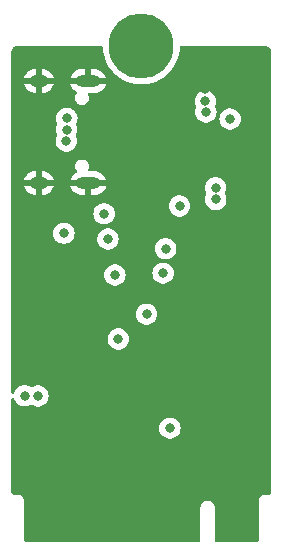
<source format=gbr>
%TF.GenerationSoftware,KiCad,Pcbnew,7.0.5-0*%
%TF.CreationDate,2023-07-31T19:13:05-04:00*%
%TF.ProjectId,mula,6d756c61-2e6b-4696-9361-645f70636258,rev?*%
%TF.SameCoordinates,Original*%
%TF.FileFunction,Copper,L2,Inr*%
%TF.FilePolarity,Positive*%
%FSLAX46Y46*%
G04 Gerber Fmt 4.6, Leading zero omitted, Abs format (unit mm)*
G04 Created by KiCad (PCBNEW 7.0.5-0) date 2023-07-31 19:13:05*
%MOMM*%
%LPD*%
G01*
G04 APERTURE LIST*
%TA.AperFunction,ComponentPad*%
%ADD10C,5.500000*%
%TD*%
%TA.AperFunction,ComponentPad*%
%ADD11O,2.100000X1.000000*%
%TD*%
%TA.AperFunction,ComponentPad*%
%ADD12O,1.600000X1.000000*%
%TD*%
%TA.AperFunction,ViaPad*%
%ADD13C,0.800000*%
%TD*%
G04 APERTURE END LIST*
D10*
%TO.N,N/C*%
%TO.C,J102*%
X139987500Y-71905000D03*
%TD*%
D11*
%TO.N,GND*%
%TO.C,J101*%
X135480000Y-74880000D03*
D12*
X131300000Y-74880000D03*
D11*
X135480000Y-83520000D03*
D12*
X131300000Y-83520000D03*
%TD*%
D13*
%TO.N,GND*%
X135550000Y-110325000D03*
X146150000Y-80550000D03*
X146775000Y-110325000D03*
X132400000Y-72900000D03*
X138950000Y-80350000D03*
X146175000Y-78975000D03*
X145400000Y-75590000D03*
X147575000Y-75700000D03*
X149000000Y-110275000D03*
X143925000Y-95650000D03*
X145550000Y-88000000D03*
X138575000Y-89850000D03*
X149450000Y-98900000D03*
X134375000Y-72900000D03*
X140475000Y-78425000D03*
X140700000Y-87800000D03*
X138725000Y-95175000D03*
X130625000Y-72900000D03*
X149450000Y-101400000D03*
X146900000Y-92700000D03*
X144300000Y-79800000D03*
X140675000Y-89850000D03*
X144250000Y-72850000D03*
X130850000Y-110325000D03*
X139675000Y-88850000D03*
X137425000Y-83495500D03*
X133225000Y-110325000D03*
X142525000Y-76875000D03*
X145550000Y-90500000D03*
X138550000Y-87825000D03*
X133950000Y-91400000D03*
X147975000Y-85625000D03*
X130225000Y-99300000D03*
X137750000Y-104200000D03*
%TO.N,+3V3*%
X136833308Y-86117350D03*
X142050500Y-89075000D03*
X137750000Y-91300000D03*
X145450000Y-77500000D03*
X140425000Y-94625000D03*
X133425000Y-87775000D03*
X145400000Y-76600000D03*
X137150500Y-88245911D03*
X147500000Y-78100000D03*
%TO.N,+5V*%
X130100000Y-101525000D03*
X133675000Y-78025000D03*
X133625000Y-79950000D03*
X133650000Y-79000000D03*
X138025000Y-96725000D03*
%TO.N,/BANK1_DIR*%
X146272930Y-83911133D03*
X131225000Y-101550000D03*
%TO.N,/BANK2_DIR*%
X142400000Y-104275000D03*
X146285556Y-84910556D03*
%TO.N,/QSPI_CS*%
X143215283Y-85465282D03*
X141825000Y-91150000D03*
%TD*%
%TA.AperFunction,Conductor*%
%TO.N,GND*%
G36*
X136681833Y-71925185D02*
G01*
X136727588Y-71977989D01*
X136738612Y-72022786D01*
X136741210Y-72070694D01*
X136751309Y-72256957D01*
X136776151Y-72408487D01*
X136808333Y-72604793D01*
X136808334Y-72604796D01*
X136902626Y-72944408D01*
X136902627Y-72944410D01*
X137033088Y-73271844D01*
X137033097Y-73271862D01*
X137198195Y-73583269D01*
X137395998Y-73875006D01*
X137396005Y-73875016D01*
X137601830Y-74117331D01*
X137624186Y-74143650D01*
X137880080Y-74386046D01*
X138160682Y-74599354D01*
X138462702Y-74781074D01*
X138462706Y-74781075D01*
X138462710Y-74781078D01*
X138782588Y-74929070D01*
X138782592Y-74929070D01*
X138782599Y-74929074D01*
X139116622Y-75041619D01*
X139460855Y-75117391D01*
X139811263Y-75155500D01*
X139811269Y-75155500D01*
X140163731Y-75155500D01*
X140163737Y-75155500D01*
X140514145Y-75117391D01*
X140858378Y-75041619D01*
X141192401Y-74929074D01*
X141192408Y-74929070D01*
X141192411Y-74929070D01*
X141445976Y-74811757D01*
X141512298Y-74781074D01*
X141814318Y-74599354D01*
X142094920Y-74386046D01*
X142350814Y-74143650D01*
X142579001Y-73875008D01*
X142776805Y-73583269D01*
X142941907Y-73271854D01*
X143072371Y-72944414D01*
X143166668Y-72604788D01*
X143223691Y-72256957D01*
X143235598Y-72037349D01*
X143236388Y-72022786D01*
X143259673Y-71956911D01*
X143314877Y-71914082D01*
X143360206Y-71905500D01*
X150484019Y-71905500D01*
X150490956Y-71905889D01*
X150513854Y-71908469D01*
X150593331Y-71918932D01*
X150618097Y-71924829D01*
X150652235Y-71936775D01*
X150655484Y-71938015D01*
X150709695Y-71960469D01*
X150728195Y-71970027D01*
X150763020Y-71991909D01*
X150767767Y-71995212D01*
X150815700Y-72031993D01*
X150821795Y-72037337D01*
X150855160Y-72070702D01*
X150860505Y-72076798D01*
X150897286Y-72124731D01*
X150900597Y-72129490D01*
X150922467Y-72164296D01*
X150932036Y-72182818D01*
X150954483Y-72237014D01*
X150955723Y-72240263D01*
X150967669Y-72274401D01*
X150973566Y-72299169D01*
X150984028Y-72378632D01*
X150986610Y-72401537D01*
X150987000Y-72408486D01*
X150987000Y-109695240D01*
X150985466Y-109714686D01*
X150985230Y-109716173D01*
X150984805Y-109718547D01*
X150977302Y-109756264D01*
X150966177Y-109788351D01*
X150962886Y-109794813D01*
X150959187Y-109801124D01*
X150944119Y-109823673D01*
X150928700Y-109842460D01*
X150924960Y-109846200D01*
X150906173Y-109861619D01*
X150883624Y-109876687D01*
X150877318Y-109880382D01*
X150875670Y-109881222D01*
X150870851Y-109883677D01*
X150838764Y-109894802D01*
X150801047Y-109902305D01*
X150798673Y-109902730D01*
X150797186Y-109902966D01*
X150777740Y-109904500D01*
X150520436Y-109904500D01*
X150495937Y-109897306D01*
X150445330Y-109903969D01*
X150437228Y-109904500D01*
X150381104Y-109904500D01*
X150373430Y-109906252D01*
X150349708Y-109904797D01*
X150322441Y-109916092D01*
X150302585Y-109922420D01*
X150271150Y-109929595D01*
X150271147Y-109929596D01*
X150249506Y-109940018D01*
X150223604Y-109944282D01*
X150205026Y-109958538D01*
X150183344Y-109971881D01*
X150169534Y-109978531D01*
X150169527Y-109978536D01*
X150140144Y-110001968D01*
X150113594Y-110012806D01*
X150102378Y-110027424D01*
X150086228Y-110043880D01*
X150086278Y-110043930D01*
X150076430Y-110053778D01*
X150076380Y-110053728D01*
X150059924Y-110069878D01*
X150051257Y-110076527D01*
X150050618Y-110081173D01*
X150034468Y-110107644D01*
X150011036Y-110137027D01*
X150011031Y-110137034D01*
X150004381Y-110150844D01*
X149991038Y-110172526D01*
X149982613Y-110183504D01*
X149982808Y-110185325D01*
X149972518Y-110217006D01*
X149962096Y-110238647D01*
X149962095Y-110238650D01*
X149954920Y-110270085D01*
X149948592Y-110289941D01*
X149941471Y-110307133D01*
X149938752Y-110340930D01*
X149937000Y-110348604D01*
X149937000Y-110404727D01*
X149936469Y-110412828D01*
X149931371Y-110451545D01*
X149937000Y-110487936D01*
X149937000Y-113695240D01*
X149935466Y-113714686D01*
X149935230Y-113716173D01*
X149934805Y-113718547D01*
X149927302Y-113756264D01*
X149916177Y-113788351D01*
X149912886Y-113794813D01*
X149909187Y-113801124D01*
X149894119Y-113823673D01*
X149878700Y-113842460D01*
X149874960Y-113846200D01*
X149856173Y-113861619D01*
X149833624Y-113876687D01*
X149827318Y-113880382D01*
X149825670Y-113881222D01*
X149820851Y-113883677D01*
X149788764Y-113894802D01*
X149751047Y-113902305D01*
X149748673Y-113902730D01*
X149747186Y-113902966D01*
X149727740Y-113904500D01*
X146312000Y-113904500D01*
X146244961Y-113884815D01*
X146199206Y-113832011D01*
X146188000Y-113780500D01*
X146188000Y-111087947D01*
X146195193Y-111063448D01*
X146188531Y-111012839D01*
X146188000Y-111004738D01*
X146188000Y-110937341D01*
X146187998Y-110937333D01*
X146181511Y-110908910D01*
X146182808Y-110887737D01*
X146173161Y-110864448D01*
X146166830Y-110844585D01*
X146157891Y-110805420D01*
X146157890Y-110805416D01*
X146157889Y-110805415D01*
X146157889Y-110805412D01*
X146136689Y-110761391D01*
X146132947Y-110738667D01*
X146121400Y-110723618D01*
X146108058Y-110701936D01*
X146099177Y-110683496D01*
X146099175Y-110683493D01*
X146058616Y-110632633D01*
X146049135Y-110609411D01*
X146037866Y-110600764D01*
X146016404Y-110579699D01*
X146014808Y-110577697D01*
X146013946Y-110577010D01*
X146012800Y-110576096D01*
X145991733Y-110554632D01*
X145988423Y-110550318D01*
X145986331Y-110550030D01*
X145959866Y-110533883D01*
X145909007Y-110493325D01*
X145909006Y-110493324D01*
X145909003Y-110493322D01*
X145890565Y-110484443D01*
X145868880Y-110471099D01*
X145862055Y-110465862D01*
X145831105Y-110455808D01*
X145787092Y-110434612D01*
X145787080Y-110434608D01*
X145747912Y-110425669D01*
X145728051Y-110419339D01*
X145713754Y-110413417D01*
X145683589Y-110410988D01*
X145648373Y-110402951D01*
X145648741Y-110401337D01*
X145640769Y-110397986D01*
X145603684Y-110402869D01*
X145571314Y-110402869D01*
X145542710Y-110399103D01*
X145541884Y-110399660D01*
X145526619Y-110402906D01*
X145526629Y-110402950D01*
X145491411Y-110410988D01*
X145470239Y-110409690D01*
X145446943Y-110419340D01*
X145427086Y-110425669D01*
X145387917Y-110434609D01*
X145387911Y-110434611D01*
X145343891Y-110455810D01*
X145321166Y-110459551D01*
X145306113Y-110471102D01*
X145284433Y-110484444D01*
X145265994Y-110493324D01*
X145215134Y-110533883D01*
X145191910Y-110543363D01*
X145183262Y-110554635D01*
X145162205Y-110576091D01*
X145160194Y-110577694D01*
X145158591Y-110579705D01*
X145137135Y-110600762D01*
X145132820Y-110604072D01*
X145132533Y-110606163D01*
X145116383Y-110632634D01*
X145075824Y-110683494D01*
X145066944Y-110701933D01*
X145053602Y-110723613D01*
X145048362Y-110730441D01*
X145038310Y-110761391D01*
X145017111Y-110805411D01*
X145017109Y-110805417D01*
X145008169Y-110844586D01*
X145001840Y-110864443D01*
X144995916Y-110878744D01*
X144993488Y-110908911D01*
X144987000Y-110937333D01*
X144987000Y-111004730D01*
X144986469Y-111012831D01*
X144981371Y-111051551D01*
X144987000Y-111087947D01*
X144987000Y-113780500D01*
X144967315Y-113847539D01*
X144914511Y-113893294D01*
X144863000Y-113904500D01*
X130247257Y-113904500D01*
X130227702Y-113902948D01*
X130227521Y-113902919D01*
X130226249Y-113902716D01*
X130223931Y-113902301D01*
X130186235Y-113894802D01*
X130154147Y-113883677D01*
X130153487Y-113883341D01*
X130147666Y-113880375D01*
X130141374Y-113876687D01*
X130118825Y-113861619D01*
X130100038Y-113846200D01*
X130096298Y-113842460D01*
X130080879Y-113823673D01*
X130080193Y-113822646D01*
X130065804Y-113801113D01*
X130062130Y-113794844D01*
X130058819Y-113788345D01*
X130047698Y-113756270D01*
X130040165Y-113718398D01*
X130039758Y-113716102D01*
X130039512Y-113714550D01*
X130039470Y-113714276D01*
X130038000Y-113695242D01*
X130038000Y-110487939D01*
X130045193Y-110463442D01*
X130038531Y-110412838D01*
X130038000Y-110404737D01*
X130038000Y-110348608D01*
X130037999Y-110348601D01*
X130036251Y-110340942D01*
X130037704Y-110317220D01*
X130026409Y-110289952D01*
X130020080Y-110270095D01*
X130012903Y-110238649D01*
X130002485Y-110217015D01*
X129998219Y-110191108D01*
X129983964Y-110172531D01*
X129970618Y-110150844D01*
X129963967Y-110137034D01*
X129963967Y-110137033D01*
X129963966Y-110137031D01*
X129940534Y-110107649D01*
X129929693Y-110081097D01*
X129915078Y-110069882D01*
X129898619Y-110053728D01*
X129898570Y-110053778D01*
X129888722Y-110043930D01*
X129888771Y-110043880D01*
X129872615Y-110027420D01*
X129865966Y-110018755D01*
X129861323Y-110018116D01*
X129834850Y-110001965D01*
X129805468Y-109978533D01*
X129805464Y-109978531D01*
X129791654Y-109971880D01*
X129769972Y-109958537D01*
X129758988Y-109950108D01*
X129757159Y-109950304D01*
X129725485Y-109940015D01*
X129703850Y-109929596D01*
X129672410Y-109922420D01*
X129652552Y-109916090D01*
X129635365Y-109908971D01*
X129601557Y-109906249D01*
X129593895Y-109904500D01*
X129593893Y-109904500D01*
X129537770Y-109904500D01*
X129529669Y-109903969D01*
X129490951Y-109898871D01*
X129454560Y-109904500D01*
X129197257Y-109904500D01*
X129177702Y-109902948D01*
X129177521Y-109902919D01*
X129176249Y-109902716D01*
X129173931Y-109902301D01*
X129136235Y-109894802D01*
X129104147Y-109883677D01*
X129103487Y-109883341D01*
X129097666Y-109880375D01*
X129091374Y-109876687D01*
X129068825Y-109861619D01*
X129050038Y-109846200D01*
X129046298Y-109842460D01*
X129030879Y-109823673D01*
X129030193Y-109822646D01*
X129015804Y-109801113D01*
X129012130Y-109794844D01*
X129008819Y-109788345D01*
X128997698Y-109756270D01*
X128990165Y-109718398D01*
X128989758Y-109716102D01*
X128989512Y-109714550D01*
X128989470Y-109714276D01*
X128988000Y-109695242D01*
X128988000Y-109695240D01*
X128988000Y-104275000D01*
X141494540Y-104275000D01*
X141514326Y-104463256D01*
X141514327Y-104463259D01*
X141572818Y-104643277D01*
X141572821Y-104643284D01*
X141667467Y-104807216D01*
X141794129Y-104947887D01*
X141794129Y-104947888D01*
X141947265Y-105059148D01*
X141947270Y-105059151D01*
X142120192Y-105136142D01*
X142120197Y-105136144D01*
X142305354Y-105175500D01*
X142305355Y-105175500D01*
X142494644Y-105175500D01*
X142494646Y-105175500D01*
X142679803Y-105136144D01*
X142852730Y-105059151D01*
X143005871Y-104947888D01*
X143132533Y-104807216D01*
X143227179Y-104643284D01*
X143285674Y-104463256D01*
X143305460Y-104275000D01*
X143285674Y-104086744D01*
X143227179Y-103906716D01*
X143132533Y-103742784D01*
X143005871Y-103602112D01*
X143005870Y-103602111D01*
X142852734Y-103490851D01*
X142852729Y-103490848D01*
X142679807Y-103413857D01*
X142679802Y-103413855D01*
X142534000Y-103382865D01*
X142494646Y-103374500D01*
X142305354Y-103374500D01*
X142272897Y-103381398D01*
X142120197Y-103413855D01*
X142120192Y-103413857D01*
X141947270Y-103490848D01*
X141947265Y-103490851D01*
X141794129Y-103602111D01*
X141667466Y-103742785D01*
X141572821Y-103906715D01*
X141572818Y-103906722D01*
X141514327Y-104086740D01*
X141514326Y-104086744D01*
X141494540Y-104275000D01*
X128988000Y-104275000D01*
X128988000Y-101799597D01*
X129007684Y-101732562D01*
X129060488Y-101686807D01*
X129129646Y-101676863D01*
X129193202Y-101705888D01*
X129229930Y-101761282D01*
X129272819Y-101893280D01*
X129272821Y-101893284D01*
X129367467Y-102057216D01*
X129494129Y-102197888D01*
X129647265Y-102309148D01*
X129647270Y-102309151D01*
X129820192Y-102386142D01*
X129820197Y-102386144D01*
X130005354Y-102425500D01*
X130005355Y-102425500D01*
X130194644Y-102425500D01*
X130194646Y-102425500D01*
X130379803Y-102386144D01*
X130552730Y-102309151D01*
X130572409Y-102294852D01*
X130638212Y-102271372D01*
X130706266Y-102287196D01*
X130718181Y-102294853D01*
X130772264Y-102334147D01*
X130772270Y-102334151D01*
X130945192Y-102411142D01*
X130945197Y-102411144D01*
X131130354Y-102450500D01*
X131130355Y-102450500D01*
X131319644Y-102450500D01*
X131319646Y-102450500D01*
X131504803Y-102411144D01*
X131677730Y-102334151D01*
X131830871Y-102222888D01*
X131957533Y-102082216D01*
X132052179Y-101918284D01*
X132110674Y-101738256D01*
X132130460Y-101550000D01*
X132110674Y-101361744D01*
X132052179Y-101181716D01*
X131957533Y-101017784D01*
X131830871Y-100877112D01*
X131830870Y-100877111D01*
X131677734Y-100765851D01*
X131677729Y-100765848D01*
X131504807Y-100688857D01*
X131504802Y-100688855D01*
X131359000Y-100657865D01*
X131319646Y-100649500D01*
X131130354Y-100649500D01*
X131097897Y-100656398D01*
X130945197Y-100688855D01*
X130945192Y-100688857D01*
X130772268Y-100765849D01*
X130752586Y-100780149D01*
X130686779Y-100803627D01*
X130618726Y-100787800D01*
X130606827Y-100780152D01*
X130552730Y-100740849D01*
X130552729Y-100740848D01*
X130379807Y-100663857D01*
X130379802Y-100663855D01*
X130234000Y-100632865D01*
X130194646Y-100624500D01*
X130005354Y-100624500D01*
X129972897Y-100631398D01*
X129820197Y-100663855D01*
X129820192Y-100663857D01*
X129647270Y-100740848D01*
X129647265Y-100740851D01*
X129494129Y-100852111D01*
X129367466Y-100992785D01*
X129272821Y-101156715D01*
X129272819Y-101156719D01*
X129229930Y-101288717D01*
X129190492Y-101346392D01*
X129126133Y-101373590D01*
X129057287Y-101361675D01*
X129005811Y-101314430D01*
X128988000Y-101250401D01*
X128988000Y-96725000D01*
X137119540Y-96725000D01*
X137139326Y-96913256D01*
X137139327Y-96913259D01*
X137197818Y-97093277D01*
X137197821Y-97093284D01*
X137292467Y-97257216D01*
X137419128Y-97397888D01*
X137419129Y-97397888D01*
X137572265Y-97509148D01*
X137572270Y-97509151D01*
X137745192Y-97586142D01*
X137745197Y-97586144D01*
X137930354Y-97625500D01*
X137930355Y-97625500D01*
X138119644Y-97625500D01*
X138119646Y-97625500D01*
X138304803Y-97586144D01*
X138477730Y-97509151D01*
X138630871Y-97397888D01*
X138757533Y-97257216D01*
X138852179Y-97093284D01*
X138910674Y-96913256D01*
X138930460Y-96725000D01*
X138910674Y-96536744D01*
X138852179Y-96356716D01*
X138757533Y-96192784D01*
X138630871Y-96052112D01*
X138630870Y-96052111D01*
X138477734Y-95940851D01*
X138477729Y-95940848D01*
X138304807Y-95863857D01*
X138304802Y-95863855D01*
X138159000Y-95832865D01*
X138119646Y-95824500D01*
X137930354Y-95824500D01*
X137897897Y-95831398D01*
X137745197Y-95863855D01*
X137745192Y-95863857D01*
X137572270Y-95940848D01*
X137572265Y-95940851D01*
X137419129Y-96052111D01*
X137292466Y-96192785D01*
X137197821Y-96356715D01*
X137197818Y-96356722D01*
X137139327Y-96536740D01*
X137139326Y-96536744D01*
X137119540Y-96725000D01*
X128988000Y-96725000D01*
X128988000Y-94625000D01*
X139519540Y-94625000D01*
X139539326Y-94813256D01*
X139539327Y-94813259D01*
X139597818Y-94993277D01*
X139597821Y-94993284D01*
X139692467Y-95157216D01*
X139819128Y-95297888D01*
X139819129Y-95297888D01*
X139972265Y-95409148D01*
X139972270Y-95409151D01*
X140145192Y-95486142D01*
X140145197Y-95486144D01*
X140330354Y-95525500D01*
X140330355Y-95525500D01*
X140519644Y-95525500D01*
X140519646Y-95525500D01*
X140704803Y-95486144D01*
X140877730Y-95409151D01*
X141030871Y-95297888D01*
X141157533Y-95157216D01*
X141252179Y-94993284D01*
X141310674Y-94813256D01*
X141330460Y-94625000D01*
X141310674Y-94436744D01*
X141252179Y-94256716D01*
X141157533Y-94092784D01*
X141030871Y-93952112D01*
X141030870Y-93952111D01*
X140877734Y-93840851D01*
X140877729Y-93840848D01*
X140704807Y-93763857D01*
X140704802Y-93763855D01*
X140559000Y-93732865D01*
X140519646Y-93724500D01*
X140330354Y-93724500D01*
X140297897Y-93731398D01*
X140145197Y-93763855D01*
X140145192Y-93763857D01*
X139972270Y-93840848D01*
X139972265Y-93840851D01*
X139819129Y-93952111D01*
X139692466Y-94092785D01*
X139597821Y-94256715D01*
X139597818Y-94256722D01*
X139539327Y-94436740D01*
X139539326Y-94436744D01*
X139519540Y-94625000D01*
X128988000Y-94625000D01*
X128988000Y-91300000D01*
X136844540Y-91300000D01*
X136864326Y-91488256D01*
X136864327Y-91488259D01*
X136922818Y-91668277D01*
X136922821Y-91668284D01*
X137017467Y-91832216D01*
X137109247Y-91934148D01*
X137144129Y-91972888D01*
X137297265Y-92084148D01*
X137297270Y-92084151D01*
X137470192Y-92161142D01*
X137470197Y-92161144D01*
X137655354Y-92200500D01*
X137655355Y-92200500D01*
X137844644Y-92200500D01*
X137844646Y-92200500D01*
X138029803Y-92161144D01*
X138202730Y-92084151D01*
X138355871Y-91972888D01*
X138482533Y-91832216D01*
X138577179Y-91668284D01*
X138635674Y-91488256D01*
X138655460Y-91300000D01*
X138639695Y-91150000D01*
X140919540Y-91150000D01*
X140939326Y-91338256D01*
X140939327Y-91338259D01*
X140997818Y-91518277D01*
X140997821Y-91518284D01*
X141092467Y-91682216D01*
X141219128Y-91822888D01*
X141219129Y-91822888D01*
X141372265Y-91934148D01*
X141372270Y-91934151D01*
X141545192Y-92011142D01*
X141545197Y-92011144D01*
X141730354Y-92050500D01*
X141730355Y-92050500D01*
X141919644Y-92050500D01*
X141919646Y-92050500D01*
X142104803Y-92011144D01*
X142277730Y-91934151D01*
X142430871Y-91822888D01*
X142557533Y-91682216D01*
X142652179Y-91518284D01*
X142710674Y-91338256D01*
X142730460Y-91150000D01*
X142710674Y-90961744D01*
X142652179Y-90781716D01*
X142557533Y-90617784D01*
X142430871Y-90477112D01*
X142430870Y-90477111D01*
X142277734Y-90365851D01*
X142277729Y-90365848D01*
X142104807Y-90288857D01*
X142104802Y-90288855D01*
X141959001Y-90257865D01*
X141919646Y-90249500D01*
X141730354Y-90249500D01*
X141697897Y-90256398D01*
X141545197Y-90288855D01*
X141545192Y-90288857D01*
X141372270Y-90365848D01*
X141372265Y-90365851D01*
X141219129Y-90477111D01*
X141092466Y-90617785D01*
X140997821Y-90781715D01*
X140997818Y-90781722D01*
X140939327Y-90961740D01*
X140939326Y-90961744D01*
X140919540Y-91150000D01*
X138639695Y-91150000D01*
X138635674Y-91111744D01*
X138577179Y-90931716D01*
X138482533Y-90767784D01*
X138355871Y-90627112D01*
X138355870Y-90627111D01*
X138202734Y-90515851D01*
X138202729Y-90515848D01*
X138029807Y-90438857D01*
X138029802Y-90438855D01*
X137884000Y-90407865D01*
X137844646Y-90399500D01*
X137655354Y-90399500D01*
X137622897Y-90406398D01*
X137470197Y-90438855D01*
X137470192Y-90438857D01*
X137297270Y-90515848D01*
X137297265Y-90515851D01*
X137144129Y-90627111D01*
X137017466Y-90767785D01*
X136922821Y-90931715D01*
X136922818Y-90931722D01*
X136864327Y-91111740D01*
X136864326Y-91111744D01*
X136844540Y-91300000D01*
X128988000Y-91300000D01*
X128988000Y-87775000D01*
X132519540Y-87775000D01*
X132539326Y-87963256D01*
X132539327Y-87963259D01*
X132597818Y-88143277D01*
X132597821Y-88143284D01*
X132692467Y-88307216D01*
X132777911Y-88402111D01*
X132819129Y-88447888D01*
X132972265Y-88559148D01*
X132972270Y-88559151D01*
X133145192Y-88636142D01*
X133145197Y-88636144D01*
X133330354Y-88675500D01*
X133330355Y-88675500D01*
X133519644Y-88675500D01*
X133519646Y-88675500D01*
X133704803Y-88636144D01*
X133877730Y-88559151D01*
X134030871Y-88447888D01*
X134157533Y-88307216D01*
X134192927Y-88245911D01*
X136245040Y-88245911D01*
X136264826Y-88434167D01*
X136264827Y-88434170D01*
X136323318Y-88614188D01*
X136323321Y-88614195D01*
X136417967Y-88778127D01*
X136544629Y-88918798D01*
X136544629Y-88918799D01*
X136697765Y-89030059D01*
X136697770Y-89030062D01*
X136870692Y-89107053D01*
X136870697Y-89107055D01*
X137055854Y-89146411D01*
X137055855Y-89146411D01*
X137245144Y-89146411D01*
X137245146Y-89146411D01*
X137430303Y-89107055D01*
X137502299Y-89075000D01*
X141145040Y-89075000D01*
X141164826Y-89263256D01*
X141164827Y-89263259D01*
X141223318Y-89443277D01*
X141223321Y-89443284D01*
X141317967Y-89607216D01*
X141444629Y-89747887D01*
X141444629Y-89747888D01*
X141597765Y-89859148D01*
X141597770Y-89859151D01*
X141770692Y-89936142D01*
X141770697Y-89936144D01*
X141955854Y-89975500D01*
X141955855Y-89975500D01*
X142145144Y-89975500D01*
X142145146Y-89975500D01*
X142330303Y-89936144D01*
X142503230Y-89859151D01*
X142656371Y-89747888D01*
X142783033Y-89607216D01*
X142877679Y-89443284D01*
X142936174Y-89263256D01*
X142955960Y-89075000D01*
X142936174Y-88886744D01*
X142877679Y-88706716D01*
X142783033Y-88542784D01*
X142656371Y-88402112D01*
X142656370Y-88402111D01*
X142503234Y-88290851D01*
X142503229Y-88290848D01*
X142330307Y-88213857D01*
X142330302Y-88213855D01*
X142184500Y-88182865D01*
X142145146Y-88174500D01*
X141955854Y-88174500D01*
X141923397Y-88181398D01*
X141770697Y-88213855D01*
X141770692Y-88213857D01*
X141597770Y-88290848D01*
X141597765Y-88290851D01*
X141444629Y-88402111D01*
X141317966Y-88542785D01*
X141223321Y-88706715D01*
X141223318Y-88706722D01*
X141164827Y-88886740D01*
X141164826Y-88886744D01*
X141145040Y-89075000D01*
X137502299Y-89075000D01*
X137603230Y-89030062D01*
X137756371Y-88918799D01*
X137883033Y-88778127D01*
X137977679Y-88614195D01*
X138036174Y-88434167D01*
X138055960Y-88245911D01*
X138036174Y-88057655D01*
X137977679Y-87877627D01*
X137883033Y-87713695D01*
X137756371Y-87573023D01*
X137756370Y-87573022D01*
X137603234Y-87461762D01*
X137603229Y-87461759D01*
X137430307Y-87384768D01*
X137430302Y-87384766D01*
X137284500Y-87353776D01*
X137245146Y-87345411D01*
X137055854Y-87345411D01*
X137023397Y-87352309D01*
X136870697Y-87384766D01*
X136870692Y-87384768D01*
X136697770Y-87461759D01*
X136697765Y-87461762D01*
X136544629Y-87573022D01*
X136417966Y-87713696D01*
X136323321Y-87877626D01*
X136323318Y-87877633D01*
X136295498Y-87963256D01*
X136264826Y-88057655D01*
X136245040Y-88245911D01*
X134192927Y-88245911D01*
X134252179Y-88143284D01*
X134310674Y-87963256D01*
X134330460Y-87775000D01*
X134310674Y-87586744D01*
X134252179Y-87406716D01*
X134157533Y-87242784D01*
X134030871Y-87102112D01*
X134030870Y-87102111D01*
X133877734Y-86990851D01*
X133877729Y-86990848D01*
X133704807Y-86913857D01*
X133704802Y-86913855D01*
X133559000Y-86882865D01*
X133519646Y-86874500D01*
X133330354Y-86874500D01*
X133297897Y-86881398D01*
X133145197Y-86913855D01*
X133145192Y-86913857D01*
X132972270Y-86990848D01*
X132972265Y-86990851D01*
X132819129Y-87102111D01*
X132692466Y-87242785D01*
X132597821Y-87406715D01*
X132597818Y-87406722D01*
X132543784Y-87573023D01*
X132539326Y-87586744D01*
X132519540Y-87775000D01*
X128988000Y-87775000D01*
X128988000Y-86117350D01*
X135927848Y-86117350D01*
X135947634Y-86305606D01*
X135947635Y-86305609D01*
X136006126Y-86485627D01*
X136006129Y-86485634D01*
X136100775Y-86649566D01*
X136227436Y-86790238D01*
X136227437Y-86790238D01*
X136380573Y-86901498D01*
X136380578Y-86901501D01*
X136553500Y-86978492D01*
X136553505Y-86978494D01*
X136738662Y-87017850D01*
X136738663Y-87017850D01*
X136927952Y-87017850D01*
X136927954Y-87017850D01*
X137113111Y-86978494D01*
X137286038Y-86901501D01*
X137439179Y-86790238D01*
X137565841Y-86649566D01*
X137660487Y-86485634D01*
X137718982Y-86305606D01*
X137738768Y-86117350D01*
X137718982Y-85929094D01*
X137660487Y-85749066D01*
X137565841Y-85585134D01*
X137457925Y-85465282D01*
X142309823Y-85465282D01*
X142329609Y-85653538D01*
X142329610Y-85653541D01*
X142388101Y-85833559D01*
X142388104Y-85833566D01*
X142482750Y-85997498D01*
X142590665Y-86117349D01*
X142609412Y-86138170D01*
X142762548Y-86249430D01*
X142762553Y-86249433D01*
X142935475Y-86326424D01*
X142935480Y-86326426D01*
X143120637Y-86365782D01*
X143120638Y-86365782D01*
X143309927Y-86365782D01*
X143309929Y-86365782D01*
X143495086Y-86326426D01*
X143668013Y-86249433D01*
X143821154Y-86138170D01*
X143947816Y-85997498D01*
X144042462Y-85833566D01*
X144100957Y-85653538D01*
X144120743Y-85465282D01*
X144100957Y-85277026D01*
X144042462Y-85096998D01*
X143947816Y-84933066D01*
X143821154Y-84792394D01*
X143821153Y-84792393D01*
X143668017Y-84681133D01*
X143668012Y-84681130D01*
X143495090Y-84604139D01*
X143495085Y-84604137D01*
X143349284Y-84573147D01*
X143309929Y-84564782D01*
X143120637Y-84564782D01*
X143088180Y-84571680D01*
X142935480Y-84604137D01*
X142935475Y-84604139D01*
X142762553Y-84681130D01*
X142762548Y-84681133D01*
X142609412Y-84792393D01*
X142482749Y-84933067D01*
X142388104Y-85096997D01*
X142388101Y-85097004D01*
X142329610Y-85277022D01*
X142329609Y-85277026D01*
X142309823Y-85465282D01*
X137457925Y-85465282D01*
X137439179Y-85444462D01*
X137436853Y-85442772D01*
X137286042Y-85333201D01*
X137286037Y-85333198D01*
X137113115Y-85256207D01*
X137113110Y-85256205D01*
X136967308Y-85225215D01*
X136927954Y-85216850D01*
X136738662Y-85216850D01*
X136706205Y-85223748D01*
X136553505Y-85256205D01*
X136553500Y-85256207D01*
X136380578Y-85333198D01*
X136380573Y-85333201D01*
X136227437Y-85444461D01*
X136100774Y-85585135D01*
X136006129Y-85749065D01*
X136006126Y-85749072D01*
X135947635Y-85929090D01*
X135947634Y-85929094D01*
X135927848Y-86117350D01*
X128988000Y-86117350D01*
X128988000Y-83770000D01*
X130026634Y-83770000D01*
X130026931Y-83771946D01*
X130026933Y-83771952D01*
X130097562Y-83962657D01*
X130097565Y-83962664D01*
X130205149Y-84135267D01*
X130345264Y-84282668D01*
X130345266Y-84282669D01*
X130512195Y-84398856D01*
X130699092Y-84479059D01*
X130898310Y-84520000D01*
X131050000Y-84520000D01*
X131050000Y-83820000D01*
X131550000Y-83820000D01*
X131550000Y-84520000D01*
X131650713Y-84520000D01*
X131802338Y-84504581D01*
X131996381Y-84443700D01*
X131996391Y-84443695D01*
X132174215Y-84344994D01*
X132174216Y-84344994D01*
X132328530Y-84212521D01*
X132328531Y-84212520D01*
X132453018Y-84051695D01*
X132542588Y-83869093D01*
X132568246Y-83770000D01*
X133956634Y-83770000D01*
X133956931Y-83771946D01*
X133956933Y-83771952D01*
X134027562Y-83962657D01*
X134027565Y-83962664D01*
X134135149Y-84135267D01*
X134275264Y-84282668D01*
X134275266Y-84282669D01*
X134442195Y-84398856D01*
X134629092Y-84479059D01*
X134828310Y-84520000D01*
X135230000Y-84520000D01*
X135230000Y-83820000D01*
X135730000Y-83820000D01*
X135730000Y-84520000D01*
X136080713Y-84520000D01*
X136232338Y-84504581D01*
X136426381Y-84443700D01*
X136426391Y-84443695D01*
X136604215Y-84344994D01*
X136604216Y-84344994D01*
X136758530Y-84212521D01*
X136758531Y-84212520D01*
X136883018Y-84051695D01*
X136951967Y-83911133D01*
X145367470Y-83911133D01*
X145387256Y-84099389D01*
X145387257Y-84099392D01*
X145445748Y-84279410D01*
X145445749Y-84279412D01*
X145445751Y-84279417D01*
X145483612Y-84344994D01*
X145492148Y-84359779D01*
X145508620Y-84427679D01*
X145492148Y-84483776D01*
X145458377Y-84542269D01*
X145458376Y-84542273D01*
X145413258Y-84681133D01*
X145399882Y-84722300D01*
X145380096Y-84910556D01*
X145399882Y-85098812D01*
X145399883Y-85098815D01*
X145458374Y-85278833D01*
X145458377Y-85278840D01*
X145553023Y-85442772D01*
X145679684Y-85583444D01*
X145679685Y-85583444D01*
X145832821Y-85694704D01*
X145832826Y-85694707D01*
X146005748Y-85771698D01*
X146005753Y-85771700D01*
X146190910Y-85811056D01*
X146190911Y-85811056D01*
X146380200Y-85811056D01*
X146380202Y-85811056D01*
X146565359Y-85771700D01*
X146738286Y-85694707D01*
X146891427Y-85583444D01*
X147018089Y-85442772D01*
X147112735Y-85278840D01*
X147171230Y-85098812D01*
X147191016Y-84910556D01*
X147171230Y-84722300D01*
X147112735Y-84542272D01*
X147066335Y-84461906D01*
X147049864Y-84394011D01*
X147066335Y-84337914D01*
X147100109Y-84279417D01*
X147158604Y-84099389D01*
X147178390Y-83911133D01*
X147158604Y-83722877D01*
X147100109Y-83542849D01*
X147005463Y-83378917D01*
X146878801Y-83238245D01*
X146853689Y-83220000D01*
X146725664Y-83126984D01*
X146725659Y-83126981D01*
X146552737Y-83049990D01*
X146552732Y-83049988D01*
X146406930Y-83018998D01*
X146367576Y-83010633D01*
X146178284Y-83010633D01*
X146145827Y-83017531D01*
X145993127Y-83049988D01*
X145993122Y-83049990D01*
X145820200Y-83126981D01*
X145820195Y-83126984D01*
X145667059Y-83238244D01*
X145540396Y-83378918D01*
X145445751Y-83542848D01*
X145445748Y-83542855D01*
X145426037Y-83603521D01*
X145387256Y-83722877D01*
X145367470Y-83911133D01*
X136951967Y-83911133D01*
X136972588Y-83869093D01*
X136998246Y-83770000D01*
X136196111Y-83770000D01*
X136235610Y-83745543D01*
X136303201Y-83656038D01*
X136333895Y-83548160D01*
X136323546Y-83436479D01*
X136273552Y-83336078D01*
X136201069Y-83270000D01*
X137003366Y-83270000D01*
X137003068Y-83268053D01*
X137003066Y-83268047D01*
X136932437Y-83077342D01*
X136932434Y-83077335D01*
X136824850Y-82904732D01*
X136684735Y-82757331D01*
X136684733Y-82757330D01*
X136517804Y-82641143D01*
X136330907Y-82560940D01*
X136131690Y-82520000D01*
X135580384Y-82520000D01*
X135513345Y-82500315D01*
X135467590Y-82447511D01*
X135457646Y-82378353D01*
X135465823Y-82348547D01*
X135471716Y-82334319D01*
X135510687Y-82240236D01*
X135530466Y-82090000D01*
X135510687Y-81939764D01*
X135452698Y-81799767D01*
X135360451Y-81679549D01*
X135240233Y-81587302D01*
X135240229Y-81587300D01*
X135176801Y-81561027D01*
X135100236Y-81529313D01*
X135086171Y-81527461D01*
X134987727Y-81514500D01*
X134987720Y-81514500D01*
X134912280Y-81514500D01*
X134912272Y-81514500D01*
X134799764Y-81529313D01*
X134799763Y-81529313D01*
X134659770Y-81587300D01*
X134539549Y-81679549D01*
X134447300Y-81799770D01*
X134389313Y-81939763D01*
X134389312Y-81939765D01*
X134369534Y-82089999D01*
X134369534Y-82090000D01*
X134389312Y-82240234D01*
X134389313Y-82240236D01*
X134447300Y-82380230D01*
X134447302Y-82380234D01*
X134483624Y-82427568D01*
X134498926Y-82447511D01*
X134501799Y-82451254D01*
X134526994Y-82516423D01*
X134512956Y-82584868D01*
X134464143Y-82634858D01*
X134463603Y-82635159D01*
X134355788Y-82695002D01*
X134355783Y-82695005D01*
X134201469Y-82827478D01*
X134201468Y-82827479D01*
X134076981Y-82988304D01*
X133987411Y-83170906D01*
X133961754Y-83270000D01*
X134763889Y-83270000D01*
X134724390Y-83294457D01*
X134656799Y-83383962D01*
X134626105Y-83491840D01*
X134636454Y-83603521D01*
X134686448Y-83703922D01*
X134758931Y-83770000D01*
X133956634Y-83770000D01*
X132568246Y-83770000D01*
X131766111Y-83770000D01*
X131805610Y-83745543D01*
X131873201Y-83656038D01*
X131903895Y-83548160D01*
X131893546Y-83436479D01*
X131843552Y-83336078D01*
X131771069Y-83270000D01*
X132573366Y-83270000D01*
X132573068Y-83268053D01*
X132573066Y-83268047D01*
X132502437Y-83077342D01*
X132502434Y-83077335D01*
X132394850Y-82904732D01*
X132254735Y-82757331D01*
X132254733Y-82757330D01*
X132087804Y-82641143D01*
X131900907Y-82560940D01*
X131701690Y-82520000D01*
X131550000Y-82520000D01*
X131550000Y-83220000D01*
X131050000Y-83220000D01*
X131050000Y-82520000D01*
X130949287Y-82520000D01*
X130797661Y-82535418D01*
X130603618Y-82596299D01*
X130603608Y-82596304D01*
X130425784Y-82695005D01*
X130425783Y-82695005D01*
X130271469Y-82827478D01*
X130271468Y-82827479D01*
X130146981Y-82988304D01*
X130057411Y-83170906D01*
X130031754Y-83270000D01*
X130833889Y-83270000D01*
X130794390Y-83294457D01*
X130726799Y-83383962D01*
X130696105Y-83491840D01*
X130706454Y-83603521D01*
X130756448Y-83703922D01*
X130828931Y-83770000D01*
X130026634Y-83770000D01*
X128988000Y-83770000D01*
X128988000Y-79950000D01*
X132719540Y-79950000D01*
X132739326Y-80138256D01*
X132739327Y-80138259D01*
X132797818Y-80318277D01*
X132797821Y-80318284D01*
X132892467Y-80482216D01*
X133019128Y-80622888D01*
X133019129Y-80622888D01*
X133172265Y-80734148D01*
X133172270Y-80734151D01*
X133345192Y-80811142D01*
X133345197Y-80811144D01*
X133530354Y-80850500D01*
X133530355Y-80850500D01*
X133719644Y-80850500D01*
X133719646Y-80850500D01*
X133904803Y-80811144D01*
X134077730Y-80734151D01*
X134230871Y-80622888D01*
X134357533Y-80482216D01*
X134452179Y-80318284D01*
X134510674Y-80138256D01*
X134530460Y-79950000D01*
X134510674Y-79761744D01*
X134452179Y-79581716D01*
X134438860Y-79558648D01*
X134422390Y-79490748D01*
X134438861Y-79434651D01*
X134477179Y-79368284D01*
X134535674Y-79188256D01*
X134555460Y-79000000D01*
X134535674Y-78811744D01*
X134481112Y-78643823D01*
X134477181Y-78631722D01*
X134477180Y-78631721D01*
X134477179Y-78631716D01*
X134456643Y-78596148D01*
X134440172Y-78528249D01*
X134456644Y-78472151D01*
X134502179Y-78393284D01*
X134560674Y-78213256D01*
X134580460Y-78025000D01*
X134560674Y-77836744D01*
X134502179Y-77656716D01*
X134407533Y-77492784D01*
X134280871Y-77352112D01*
X134230962Y-77315851D01*
X134127734Y-77240851D01*
X134127729Y-77240848D01*
X133954807Y-77163857D01*
X133954802Y-77163855D01*
X133803590Y-77131715D01*
X133769646Y-77124500D01*
X133580354Y-77124500D01*
X133547897Y-77131398D01*
X133395197Y-77163855D01*
X133395192Y-77163857D01*
X133222270Y-77240848D01*
X133222265Y-77240851D01*
X133069129Y-77352111D01*
X132942466Y-77492785D01*
X132847821Y-77656715D01*
X132847818Y-77656722D01*
X132789327Y-77836740D01*
X132789326Y-77836744D01*
X132769540Y-78025000D01*
X132789326Y-78213256D01*
X132789327Y-78213259D01*
X132847818Y-78393277D01*
X132847821Y-78393284D01*
X132868354Y-78428848D01*
X132884827Y-78496749D01*
X132868355Y-78552847D01*
X132822820Y-78631716D01*
X132776951Y-78772888D01*
X132764326Y-78811744D01*
X132744540Y-79000000D01*
X132764326Y-79188256D01*
X132764327Y-79188259D01*
X132822821Y-79368285D01*
X132836137Y-79391349D01*
X132852610Y-79459249D01*
X132836137Y-79515349D01*
X132797821Y-79581714D01*
X132739327Y-79761740D01*
X132739326Y-79761744D01*
X132719540Y-79950000D01*
X128988000Y-79950000D01*
X128988000Y-75130000D01*
X130026634Y-75130000D01*
X130026931Y-75131946D01*
X130026933Y-75131952D01*
X130097562Y-75322657D01*
X130097565Y-75322664D01*
X130205149Y-75495267D01*
X130345264Y-75642668D01*
X130345266Y-75642669D01*
X130512195Y-75758856D01*
X130699092Y-75839059D01*
X130898310Y-75880000D01*
X131050000Y-75880000D01*
X131050000Y-75180000D01*
X131550000Y-75180000D01*
X131550000Y-75880000D01*
X131650713Y-75880000D01*
X131802338Y-75864581D01*
X131996381Y-75803700D01*
X131996391Y-75803695D01*
X132174215Y-75704994D01*
X132174216Y-75704994D01*
X132328530Y-75572521D01*
X132328531Y-75572520D01*
X132453018Y-75411695D01*
X132542588Y-75229093D01*
X132568246Y-75130000D01*
X133956634Y-75130000D01*
X133956931Y-75131946D01*
X133956933Y-75131952D01*
X134027562Y-75322657D01*
X134027565Y-75322664D01*
X134135149Y-75495267D01*
X134275264Y-75642668D01*
X134275266Y-75642669D01*
X134442197Y-75758857D01*
X134450071Y-75762236D01*
X134503917Y-75806760D01*
X134525142Y-75873328D01*
X134507009Y-75940804D01*
X134499551Y-75951674D01*
X134447302Y-76019766D01*
X134447300Y-76019769D01*
X134389313Y-76159763D01*
X134389312Y-76159765D01*
X134369534Y-76309999D01*
X134369534Y-76310000D01*
X134389312Y-76460234D01*
X134389313Y-76460236D01*
X134447302Y-76600233D01*
X134539549Y-76720451D01*
X134659767Y-76812698D01*
X134799764Y-76870687D01*
X134912280Y-76885500D01*
X134912287Y-76885500D01*
X134987713Y-76885500D01*
X134987720Y-76885500D01*
X135100236Y-76870687D01*
X135240233Y-76812698D01*
X135360451Y-76720451D01*
X135452698Y-76600233D01*
X135452795Y-76600000D01*
X144494540Y-76600000D01*
X144514326Y-76788256D01*
X144514327Y-76788259D01*
X144572821Y-76968285D01*
X144611190Y-77034742D01*
X144627663Y-77102642D01*
X144621734Y-77135060D01*
X144564327Y-77311740D01*
X144564326Y-77311744D01*
X144544540Y-77500000D01*
X144564326Y-77688256D01*
X144564327Y-77688259D01*
X144622818Y-77868277D01*
X144622821Y-77868284D01*
X144717467Y-78032216D01*
X144844129Y-78172887D01*
X144844129Y-78172888D01*
X144997265Y-78284148D01*
X144997270Y-78284151D01*
X145170192Y-78361142D01*
X145170197Y-78361144D01*
X145355354Y-78400500D01*
X145355355Y-78400500D01*
X145544644Y-78400500D01*
X145544646Y-78400500D01*
X145729803Y-78361144D01*
X145902730Y-78284151D01*
X146055871Y-78172888D01*
X146121500Y-78100000D01*
X146594540Y-78100000D01*
X146614326Y-78288256D01*
X146614327Y-78288259D01*
X146672818Y-78468277D01*
X146672821Y-78468284D01*
X146767467Y-78632216D01*
X146894128Y-78772887D01*
X146894129Y-78772888D01*
X147047265Y-78884148D01*
X147047270Y-78884151D01*
X147220192Y-78961142D01*
X147220197Y-78961144D01*
X147405354Y-79000500D01*
X147405355Y-79000500D01*
X147594644Y-79000500D01*
X147594646Y-79000500D01*
X147779803Y-78961144D01*
X147952730Y-78884151D01*
X148105871Y-78772888D01*
X148232533Y-78632216D01*
X148327179Y-78468284D01*
X148385674Y-78288256D01*
X148405460Y-78100000D01*
X148385674Y-77911744D01*
X148327179Y-77731716D01*
X148232533Y-77567784D01*
X148105871Y-77427112D01*
X148105870Y-77427111D01*
X147952734Y-77315851D01*
X147952729Y-77315848D01*
X147779807Y-77238857D01*
X147779802Y-77238855D01*
X147634001Y-77207865D01*
X147594646Y-77199500D01*
X147405354Y-77199500D01*
X147372897Y-77206398D01*
X147220197Y-77238855D01*
X147220192Y-77238857D01*
X147047270Y-77315848D01*
X147047265Y-77315851D01*
X146894129Y-77427111D01*
X146767466Y-77567785D01*
X146672821Y-77731715D01*
X146672818Y-77731722D01*
X146638696Y-77836740D01*
X146614326Y-77911744D01*
X146594540Y-78100000D01*
X146121500Y-78100000D01*
X146182533Y-78032216D01*
X146277179Y-77868284D01*
X146335674Y-77688256D01*
X146355460Y-77500000D01*
X146335674Y-77311744D01*
X146277179Y-77131716D01*
X146238808Y-77065256D01*
X146222336Y-76997358D01*
X146228263Y-76964945D01*
X146285674Y-76788256D01*
X146305460Y-76600000D01*
X146285674Y-76411744D01*
X146227179Y-76231716D01*
X146132533Y-76067784D01*
X146005871Y-75927112D01*
X146005870Y-75927111D01*
X145852734Y-75815851D01*
X145852729Y-75815848D01*
X145679807Y-75738857D01*
X145679802Y-75738855D01*
X145520493Y-75704994D01*
X145494646Y-75699500D01*
X145305354Y-75699500D01*
X145279507Y-75704994D01*
X145120197Y-75738855D01*
X145120192Y-75738857D01*
X144947270Y-75815848D01*
X144947265Y-75815851D01*
X144794129Y-75927111D01*
X144667466Y-76067785D01*
X144572821Y-76231715D01*
X144572818Y-76231722D01*
X144514327Y-76411740D01*
X144514326Y-76411744D01*
X144494540Y-76600000D01*
X135452795Y-76600000D01*
X135510687Y-76460236D01*
X135530466Y-76310000D01*
X135510687Y-76159764D01*
X135465823Y-76051453D01*
X135458354Y-75981983D01*
X135489629Y-75919504D01*
X135549718Y-75883852D01*
X135580384Y-75880000D01*
X136080713Y-75880000D01*
X136232338Y-75864581D01*
X136426381Y-75803700D01*
X136426391Y-75803695D01*
X136604215Y-75704994D01*
X136604216Y-75704994D01*
X136758530Y-75572521D01*
X136758531Y-75572520D01*
X136883018Y-75411695D01*
X136972588Y-75229093D01*
X136998246Y-75130000D01*
X136196111Y-75130000D01*
X136235610Y-75105543D01*
X136303201Y-75016038D01*
X136333895Y-74908160D01*
X136323546Y-74796479D01*
X136273552Y-74696078D01*
X136201069Y-74630000D01*
X137003366Y-74630000D01*
X137003068Y-74628053D01*
X137003066Y-74628047D01*
X136932437Y-74437342D01*
X136932434Y-74437335D01*
X136824850Y-74264732D01*
X136684735Y-74117331D01*
X136684733Y-74117330D01*
X136517804Y-74001143D01*
X136330907Y-73920940D01*
X136131690Y-73880000D01*
X135730000Y-73880000D01*
X135730000Y-74580000D01*
X135230000Y-74580000D01*
X135230000Y-73880000D01*
X134879287Y-73880000D01*
X134727661Y-73895418D01*
X134533618Y-73956299D01*
X134533608Y-73956304D01*
X134355784Y-74055005D01*
X134355783Y-74055005D01*
X134201469Y-74187478D01*
X134201468Y-74187479D01*
X134076981Y-74348304D01*
X133987411Y-74530906D01*
X133961754Y-74630000D01*
X134763889Y-74630000D01*
X134724390Y-74654457D01*
X134656799Y-74743962D01*
X134626105Y-74851840D01*
X134636454Y-74963521D01*
X134686448Y-75063922D01*
X134758931Y-75130000D01*
X133956634Y-75130000D01*
X132568246Y-75130000D01*
X131766111Y-75130000D01*
X131805610Y-75105543D01*
X131873201Y-75016038D01*
X131903895Y-74908160D01*
X131893546Y-74796479D01*
X131843552Y-74696078D01*
X131771069Y-74630000D01*
X132573366Y-74630000D01*
X132573068Y-74628053D01*
X132573066Y-74628047D01*
X132502437Y-74437342D01*
X132502434Y-74437335D01*
X132394850Y-74264732D01*
X132254735Y-74117331D01*
X132254733Y-74117330D01*
X132087804Y-74001143D01*
X131900907Y-73920940D01*
X131701690Y-73880000D01*
X131550000Y-73880000D01*
X131550000Y-74580000D01*
X131050000Y-74580000D01*
X131050000Y-73880000D01*
X130949287Y-73880000D01*
X130797661Y-73895418D01*
X130603618Y-73956299D01*
X130603608Y-73956304D01*
X130425784Y-74055005D01*
X130425783Y-74055005D01*
X130271469Y-74187478D01*
X130271468Y-74187479D01*
X130146981Y-74348304D01*
X130057411Y-74530906D01*
X130031754Y-74630000D01*
X130833889Y-74630000D01*
X130794390Y-74654457D01*
X130726799Y-74743962D01*
X130696105Y-74851840D01*
X130706454Y-74963521D01*
X130756448Y-75063922D01*
X130828931Y-75130000D01*
X130026634Y-75130000D01*
X128988000Y-75130000D01*
X128988000Y-72408486D01*
X128988390Y-72401543D01*
X128989058Y-72395603D01*
X128990972Y-72378618D01*
X129001434Y-72299153D01*
X129007326Y-72274409D01*
X129019286Y-72240229D01*
X129020493Y-72237069D01*
X129042972Y-72182799D01*
X129052524Y-72164309D01*
X129074413Y-72129473D01*
X129077693Y-72124758D01*
X129114508Y-72076779D01*
X129119827Y-72070714D01*
X129153214Y-72037327D01*
X129159279Y-72032008D01*
X129207258Y-71995193D01*
X129211973Y-71991913D01*
X129246809Y-71970024D01*
X129265299Y-71960472D01*
X129319569Y-71937993D01*
X129322729Y-71936786D01*
X129356909Y-71924826D01*
X129381656Y-71918934D01*
X129461093Y-71908475D01*
X129484043Y-71905889D01*
X129490981Y-71905500D01*
X136614794Y-71905500D01*
X136681833Y-71925185D01*
G37*
%TD.AperFunction*%
%TD*%
M02*

</source>
